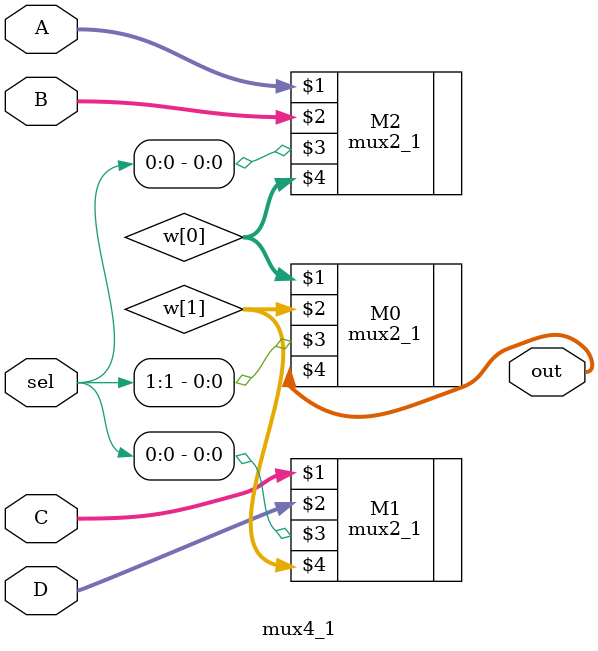
<source format=v>


module mux4_1
#(parameter N = 8)
(
	input wire [N-1:0] A,
	input wire [N-1:0] B,
	input wire [N-1:0] C,
	input wire [N-1:0] D,
	input wire [1:0] sel,
	output wire [N-1:0] out
);
wire [N-1:0] w [1:0];
mux2_1 #(.N(N))M0	(w[0], w[1], sel[1], out);
mux2_1 #(.N(N))M1 	(C, D, sel[0], w[1]);
mux2_1 #(.N(N))M2 	(A, B, sel[0], w[0]);
endmodule
</source>
